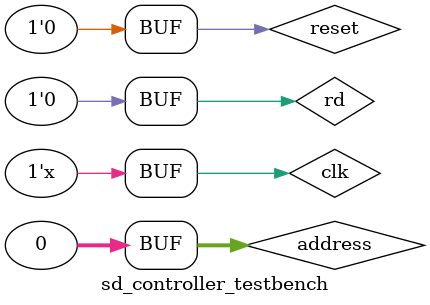
<source format=v>
`timescale 1ns / 1ps

// HeartAware

//////////////////////////////////////////////////////////////////////////////////

module sd_controller_testbench;

	// Inputs (reg)
   reg miso;
   reg rd; 
   reg wr;
   reg [7:0] din;
   reg reset;
   reg [31:0] address;
   reg clk;

   // Outputs (wire)
   wire cs;
   wire mosi;
   wire sclk;
   wire [7:0] dout;
   wire byte_available;
   wire ready_for_next_byte;
   wire ready;
   wire [4:0] status;

   // Instantiate the Unit Under Test (UUT)
   sd_controller sd_controller_uut(
       .cs(cs), // Connect to SD_DAT[3].
       .mosi(mosi), // Connect to SD_CMD.
       .miso(miso), // Connect to SD_DAT[0].
       .sclk(sclk), // Connect to SD_SCK.
                   // For SPI mode, SD_DAT[2] and SD_DAT[1] should be held HIGH. 
                   // SD_RESET should be held LOW.
   
       .rd(rd),   
                   // begin a 512-byte READ operation at [address]. 
                   // [byte_available] will transition HIGH as a new byte has been
                   // read from the SD card. The byte is presented on [dout].
       .dout(dout), // Data .for READ operation.
       .byte_available(byte_available), // A new byte has been presented on [dout].
   
       .wr(wr),   
                   // begin a 512-byte WRITE operation at [address].
                   // [ready_for_next_byte] will transition HIGH to request that
                   // the next byte to be written should be presentaed on [din].
       .din(din), // Data input for WRITE operation.
       .ready_for_next_byte(ready_for_next_byte), // A new byte should be presented on [din].
   
       .reset(reset), // Resets controller on assertion.
       .ready(ready), // HIGH if the SD card is ready for a read or write operation.
       .address(address),   // Memory address for read/write operation. This MUST 
                               // be a multiple of 512 bytes, due to SD sectoring.
       .clk(clk),  // 25 MHz clock.
       .status(status) // For debug purposes: Current state of controller.
   );
 
   // Clock Generation
   always #4 clk = !clk;


   initial begin
      // Initialize Inputs
      clk = 0;
      address = 0;
      reset = 0;

      // Wait 100 ns for global reset to finish
      #100;
      
      rd = 1;
      #10;
      rd = 0;

      #1000000;
      

   end

endmodule



</source>
